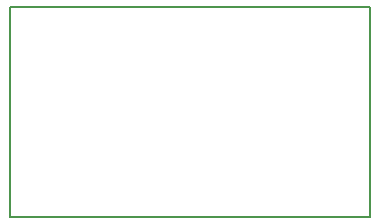
<source format=gbr>
G04 #@! TF.GenerationSoftware,KiCad,Pcbnew,(5.0.0-rc2-110-g9edfd25)*
G04 #@! TF.CreationDate,2018-06-15T17:50:17-07:00*
G04 #@! TF.ProjectId,USB-Voltage-Probe,5553422D566F6C746167652D50726F62,rev?*
G04 #@! TF.SameCoordinates,Original*
G04 #@! TF.FileFunction,Profile,NP*
%FSLAX46Y46*%
G04 Gerber Fmt 4.6, Leading zero omitted, Abs format (unit mm)*
G04 Created by KiCad (PCBNEW (5.0.0-rc2-110-g9edfd25)) date Friday, June 15, 2018 at 05:50:17 PM*
%MOMM*%
%LPD*%
G01*
G04 APERTURE LIST*
%ADD10C,0.200000*%
G04 APERTURE END LIST*
D10*
X165100000Y-45720000D02*
X134620000Y-45720000D01*
X165100000Y-63500000D02*
X165100000Y-45720000D01*
X134620000Y-63500000D02*
X165100000Y-63500000D01*
X134620000Y-45720000D02*
X134620000Y-63500000D01*
M02*

</source>
